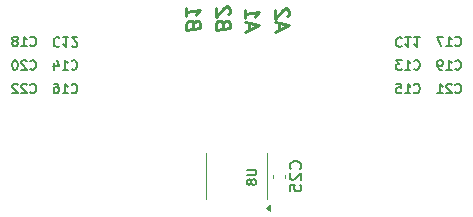
<source format=gbr>
%TF.GenerationSoftware,KiCad,Pcbnew,9.0.0*%
%TF.CreationDate,2025-02-20T17:26:32-08:00*%
%TF.ProjectId,Integrated FOC Stepper Driver,496e7465-6772-4617-9465-6420464f4320,rev?*%
%TF.SameCoordinates,Original*%
%TF.FileFunction,Legend,Bot*%
%TF.FilePolarity,Positive*%
%FSLAX46Y46*%
G04 Gerber Fmt 4.6, Leading zero omitted, Abs format (unit mm)*
G04 Created by KiCad (PCBNEW 9.0.0) date 2025-02-20 17:26:32*
%MOMM*%
%LPD*%
G01*
G04 APERTURE LIST*
%ADD10C,0.240000*%
%ADD11C,0.150000*%
%ADD12C,0.120000*%
G04 APERTURE END LIST*
D10*
X48835908Y-37084963D02*
X48778765Y-36920677D01*
X48778765Y-36920677D02*
X48721622Y-36870677D01*
X48721622Y-36870677D02*
X48607337Y-36827820D01*
X48607337Y-36827820D02*
X48435908Y-36849248D01*
X48435908Y-36849248D02*
X48321622Y-36920677D01*
X48321622Y-36920677D02*
X48264480Y-36984963D01*
X48264480Y-36984963D02*
X48207337Y-37106391D01*
X48207337Y-37106391D02*
X48207337Y-37563534D01*
X48207337Y-37563534D02*
X49407337Y-37413534D01*
X49407337Y-37413534D02*
X49407337Y-37013534D01*
X49407337Y-37013534D02*
X49350194Y-36906391D01*
X49350194Y-36906391D02*
X49293051Y-36856391D01*
X49293051Y-36856391D02*
X49178765Y-36813534D01*
X49178765Y-36813534D02*
X49064480Y-36827820D01*
X49064480Y-36827820D02*
X48950194Y-36899248D01*
X48950194Y-36899248D02*
X48893051Y-36963534D01*
X48893051Y-36963534D02*
X48835908Y-37084963D01*
X48835908Y-37084963D02*
X48835908Y-37484963D01*
X49293051Y-36284963D02*
X49350194Y-36220677D01*
X49350194Y-36220677D02*
X49407337Y-36099248D01*
X49407337Y-36099248D02*
X49407337Y-35813534D01*
X49407337Y-35813534D02*
X49350194Y-35706391D01*
X49350194Y-35706391D02*
X49293051Y-35656391D01*
X49293051Y-35656391D02*
X49178765Y-35613534D01*
X49178765Y-35613534D02*
X49064480Y-35627820D01*
X49064480Y-35627820D02*
X48893051Y-35706391D01*
X48893051Y-35706391D02*
X48207337Y-36477820D01*
X48207337Y-36477820D02*
X48207337Y-35734963D01*
X53550194Y-37577820D02*
X53550194Y-37006391D01*
X53207337Y-37734963D02*
X54407337Y-37184963D01*
X54407337Y-37184963D02*
X53207337Y-36934963D01*
X54293051Y-36456392D02*
X54350194Y-36392106D01*
X54350194Y-36392106D02*
X54407337Y-36270677D01*
X54407337Y-36270677D02*
X54407337Y-35984963D01*
X54407337Y-35984963D02*
X54350194Y-35877820D01*
X54350194Y-35877820D02*
X54293051Y-35827820D01*
X54293051Y-35827820D02*
X54178765Y-35784963D01*
X54178765Y-35784963D02*
X54064480Y-35799249D01*
X54064480Y-35799249D02*
X53893051Y-35877820D01*
X53893051Y-35877820D02*
X53207337Y-36649249D01*
X53207337Y-36649249D02*
X53207337Y-35906392D01*
X51050194Y-37577820D02*
X51050194Y-37006391D01*
X50707337Y-37734963D02*
X51907337Y-37184963D01*
X51907337Y-37184963D02*
X50707337Y-36934963D01*
X50707337Y-35906392D02*
X50707337Y-36592106D01*
X50707337Y-36249249D02*
X51907337Y-36099249D01*
X51907337Y-36099249D02*
X51735908Y-36234963D01*
X51735908Y-36234963D02*
X51621622Y-36363535D01*
X51621622Y-36363535D02*
X51564480Y-36484963D01*
X46335908Y-37084963D02*
X46278765Y-36920677D01*
X46278765Y-36920677D02*
X46221622Y-36870677D01*
X46221622Y-36870677D02*
X46107337Y-36827820D01*
X46107337Y-36827820D02*
X45935908Y-36849248D01*
X45935908Y-36849248D02*
X45821622Y-36920677D01*
X45821622Y-36920677D02*
X45764480Y-36984963D01*
X45764480Y-36984963D02*
X45707337Y-37106391D01*
X45707337Y-37106391D02*
X45707337Y-37563534D01*
X45707337Y-37563534D02*
X46907337Y-37413534D01*
X46907337Y-37413534D02*
X46907337Y-37013534D01*
X46907337Y-37013534D02*
X46850194Y-36906391D01*
X46850194Y-36906391D02*
X46793051Y-36856391D01*
X46793051Y-36856391D02*
X46678765Y-36813534D01*
X46678765Y-36813534D02*
X46564480Y-36827820D01*
X46564480Y-36827820D02*
X46450194Y-36899248D01*
X46450194Y-36899248D02*
X46393051Y-36963534D01*
X46393051Y-36963534D02*
X46335908Y-37084963D01*
X46335908Y-37084963D02*
X46335908Y-37484963D01*
X45707337Y-35734963D02*
X45707337Y-36420677D01*
X45707337Y-36077820D02*
X46907337Y-35927820D01*
X46907337Y-35927820D02*
X46735908Y-36063534D01*
X46735908Y-36063534D02*
X46621622Y-36192106D01*
X46621622Y-36192106D02*
X46564480Y-36313534D01*
D11*
X68514285Y-42886104D02*
X68552381Y-42924200D01*
X68552381Y-42924200D02*
X68666666Y-42962295D01*
X68666666Y-42962295D02*
X68742857Y-42962295D01*
X68742857Y-42962295D02*
X68857143Y-42924200D01*
X68857143Y-42924200D02*
X68933333Y-42848009D01*
X68933333Y-42848009D02*
X68971428Y-42771819D01*
X68971428Y-42771819D02*
X69009524Y-42619438D01*
X69009524Y-42619438D02*
X69009524Y-42505152D01*
X69009524Y-42505152D02*
X68971428Y-42352771D01*
X68971428Y-42352771D02*
X68933333Y-42276580D01*
X68933333Y-42276580D02*
X68857143Y-42200390D01*
X68857143Y-42200390D02*
X68742857Y-42162295D01*
X68742857Y-42162295D02*
X68666666Y-42162295D01*
X68666666Y-42162295D02*
X68552381Y-42200390D01*
X68552381Y-42200390D02*
X68514285Y-42238485D01*
X68209524Y-42238485D02*
X68171428Y-42200390D01*
X68171428Y-42200390D02*
X68095238Y-42162295D01*
X68095238Y-42162295D02*
X67904762Y-42162295D01*
X67904762Y-42162295D02*
X67828571Y-42200390D01*
X67828571Y-42200390D02*
X67790476Y-42238485D01*
X67790476Y-42238485D02*
X67752381Y-42314676D01*
X67752381Y-42314676D02*
X67752381Y-42390866D01*
X67752381Y-42390866D02*
X67790476Y-42505152D01*
X67790476Y-42505152D02*
X68247619Y-42962295D01*
X68247619Y-42962295D02*
X67752381Y-42962295D01*
X66990476Y-42962295D02*
X67447619Y-42962295D01*
X67219047Y-42962295D02*
X67219047Y-42162295D01*
X67219047Y-42162295D02*
X67295238Y-42276580D01*
X67295238Y-42276580D02*
X67371428Y-42352771D01*
X67371428Y-42352771D02*
X67447619Y-42390866D01*
X65014285Y-42886104D02*
X65052381Y-42924200D01*
X65052381Y-42924200D02*
X65166666Y-42962295D01*
X65166666Y-42962295D02*
X65242857Y-42962295D01*
X65242857Y-42962295D02*
X65357143Y-42924200D01*
X65357143Y-42924200D02*
X65433333Y-42848009D01*
X65433333Y-42848009D02*
X65471428Y-42771819D01*
X65471428Y-42771819D02*
X65509524Y-42619438D01*
X65509524Y-42619438D02*
X65509524Y-42505152D01*
X65509524Y-42505152D02*
X65471428Y-42352771D01*
X65471428Y-42352771D02*
X65433333Y-42276580D01*
X65433333Y-42276580D02*
X65357143Y-42200390D01*
X65357143Y-42200390D02*
X65242857Y-42162295D01*
X65242857Y-42162295D02*
X65166666Y-42162295D01*
X65166666Y-42162295D02*
X65052381Y-42200390D01*
X65052381Y-42200390D02*
X65014285Y-42238485D01*
X64252381Y-42962295D02*
X64709524Y-42962295D01*
X64480952Y-42962295D02*
X64480952Y-42162295D01*
X64480952Y-42162295D02*
X64557143Y-42276580D01*
X64557143Y-42276580D02*
X64633333Y-42352771D01*
X64633333Y-42352771D02*
X64709524Y-42390866D01*
X63528571Y-42162295D02*
X63909523Y-42162295D01*
X63909523Y-42162295D02*
X63947619Y-42543247D01*
X63947619Y-42543247D02*
X63909523Y-42505152D01*
X63909523Y-42505152D02*
X63833333Y-42467057D01*
X63833333Y-42467057D02*
X63642857Y-42467057D01*
X63642857Y-42467057D02*
X63566666Y-42505152D01*
X63566666Y-42505152D02*
X63528571Y-42543247D01*
X63528571Y-42543247D02*
X63490476Y-42619438D01*
X63490476Y-42619438D02*
X63490476Y-42809914D01*
X63490476Y-42809914D02*
X63528571Y-42886104D01*
X63528571Y-42886104D02*
X63566666Y-42924200D01*
X63566666Y-42924200D02*
X63642857Y-42962295D01*
X63642857Y-42962295D02*
X63833333Y-42962295D01*
X63833333Y-42962295D02*
X63909523Y-42924200D01*
X63909523Y-42924200D02*
X63947619Y-42886104D01*
X32514285Y-40886104D02*
X32552381Y-40924200D01*
X32552381Y-40924200D02*
X32666666Y-40962295D01*
X32666666Y-40962295D02*
X32742857Y-40962295D01*
X32742857Y-40962295D02*
X32857143Y-40924200D01*
X32857143Y-40924200D02*
X32933333Y-40848009D01*
X32933333Y-40848009D02*
X32971428Y-40771819D01*
X32971428Y-40771819D02*
X33009524Y-40619438D01*
X33009524Y-40619438D02*
X33009524Y-40505152D01*
X33009524Y-40505152D02*
X32971428Y-40352771D01*
X32971428Y-40352771D02*
X32933333Y-40276580D01*
X32933333Y-40276580D02*
X32857143Y-40200390D01*
X32857143Y-40200390D02*
X32742857Y-40162295D01*
X32742857Y-40162295D02*
X32666666Y-40162295D01*
X32666666Y-40162295D02*
X32552381Y-40200390D01*
X32552381Y-40200390D02*
X32514285Y-40238485D01*
X32209524Y-40238485D02*
X32171428Y-40200390D01*
X32171428Y-40200390D02*
X32095238Y-40162295D01*
X32095238Y-40162295D02*
X31904762Y-40162295D01*
X31904762Y-40162295D02*
X31828571Y-40200390D01*
X31828571Y-40200390D02*
X31790476Y-40238485D01*
X31790476Y-40238485D02*
X31752381Y-40314676D01*
X31752381Y-40314676D02*
X31752381Y-40390866D01*
X31752381Y-40390866D02*
X31790476Y-40505152D01*
X31790476Y-40505152D02*
X32247619Y-40962295D01*
X32247619Y-40962295D02*
X31752381Y-40962295D01*
X31257142Y-40162295D02*
X31180952Y-40162295D01*
X31180952Y-40162295D02*
X31104761Y-40200390D01*
X31104761Y-40200390D02*
X31066666Y-40238485D01*
X31066666Y-40238485D02*
X31028571Y-40314676D01*
X31028571Y-40314676D02*
X30990476Y-40467057D01*
X30990476Y-40467057D02*
X30990476Y-40657533D01*
X30990476Y-40657533D02*
X31028571Y-40809914D01*
X31028571Y-40809914D02*
X31066666Y-40886104D01*
X31066666Y-40886104D02*
X31104761Y-40924200D01*
X31104761Y-40924200D02*
X31180952Y-40962295D01*
X31180952Y-40962295D02*
X31257142Y-40962295D01*
X31257142Y-40962295D02*
X31333333Y-40924200D01*
X31333333Y-40924200D02*
X31371428Y-40886104D01*
X31371428Y-40886104D02*
X31409523Y-40809914D01*
X31409523Y-40809914D02*
X31447619Y-40657533D01*
X31447619Y-40657533D02*
X31447619Y-40467057D01*
X31447619Y-40467057D02*
X31409523Y-40314676D01*
X31409523Y-40314676D02*
X31371428Y-40238485D01*
X31371428Y-40238485D02*
X31333333Y-40200390D01*
X31333333Y-40200390D02*
X31257142Y-40162295D01*
X36014285Y-42886104D02*
X36052381Y-42924200D01*
X36052381Y-42924200D02*
X36166666Y-42962295D01*
X36166666Y-42962295D02*
X36242857Y-42962295D01*
X36242857Y-42962295D02*
X36357143Y-42924200D01*
X36357143Y-42924200D02*
X36433333Y-42848009D01*
X36433333Y-42848009D02*
X36471428Y-42771819D01*
X36471428Y-42771819D02*
X36509524Y-42619438D01*
X36509524Y-42619438D02*
X36509524Y-42505152D01*
X36509524Y-42505152D02*
X36471428Y-42352771D01*
X36471428Y-42352771D02*
X36433333Y-42276580D01*
X36433333Y-42276580D02*
X36357143Y-42200390D01*
X36357143Y-42200390D02*
X36242857Y-42162295D01*
X36242857Y-42162295D02*
X36166666Y-42162295D01*
X36166666Y-42162295D02*
X36052381Y-42200390D01*
X36052381Y-42200390D02*
X36014285Y-42238485D01*
X35252381Y-42962295D02*
X35709524Y-42962295D01*
X35480952Y-42962295D02*
X35480952Y-42162295D01*
X35480952Y-42162295D02*
X35557143Y-42276580D01*
X35557143Y-42276580D02*
X35633333Y-42352771D01*
X35633333Y-42352771D02*
X35709524Y-42390866D01*
X34566666Y-42162295D02*
X34719047Y-42162295D01*
X34719047Y-42162295D02*
X34795238Y-42200390D01*
X34795238Y-42200390D02*
X34833333Y-42238485D01*
X34833333Y-42238485D02*
X34909523Y-42352771D01*
X34909523Y-42352771D02*
X34947619Y-42505152D01*
X34947619Y-42505152D02*
X34947619Y-42809914D01*
X34947619Y-42809914D02*
X34909523Y-42886104D01*
X34909523Y-42886104D02*
X34871428Y-42924200D01*
X34871428Y-42924200D02*
X34795238Y-42962295D01*
X34795238Y-42962295D02*
X34642857Y-42962295D01*
X34642857Y-42962295D02*
X34566666Y-42924200D01*
X34566666Y-42924200D02*
X34528571Y-42886104D01*
X34528571Y-42886104D02*
X34490476Y-42809914D01*
X34490476Y-42809914D02*
X34490476Y-42619438D01*
X34490476Y-42619438D02*
X34528571Y-42543247D01*
X34528571Y-42543247D02*
X34566666Y-42505152D01*
X34566666Y-42505152D02*
X34642857Y-42467057D01*
X34642857Y-42467057D02*
X34795238Y-42467057D01*
X34795238Y-42467057D02*
X34871428Y-42505152D01*
X34871428Y-42505152D02*
X34909523Y-42543247D01*
X34909523Y-42543247D02*
X34947619Y-42619438D01*
X68514285Y-40886104D02*
X68552381Y-40924200D01*
X68552381Y-40924200D02*
X68666666Y-40962295D01*
X68666666Y-40962295D02*
X68742857Y-40962295D01*
X68742857Y-40962295D02*
X68857143Y-40924200D01*
X68857143Y-40924200D02*
X68933333Y-40848009D01*
X68933333Y-40848009D02*
X68971428Y-40771819D01*
X68971428Y-40771819D02*
X69009524Y-40619438D01*
X69009524Y-40619438D02*
X69009524Y-40505152D01*
X69009524Y-40505152D02*
X68971428Y-40352771D01*
X68971428Y-40352771D02*
X68933333Y-40276580D01*
X68933333Y-40276580D02*
X68857143Y-40200390D01*
X68857143Y-40200390D02*
X68742857Y-40162295D01*
X68742857Y-40162295D02*
X68666666Y-40162295D01*
X68666666Y-40162295D02*
X68552381Y-40200390D01*
X68552381Y-40200390D02*
X68514285Y-40238485D01*
X67752381Y-40962295D02*
X68209524Y-40962295D01*
X67980952Y-40962295D02*
X67980952Y-40162295D01*
X67980952Y-40162295D02*
X68057143Y-40276580D01*
X68057143Y-40276580D02*
X68133333Y-40352771D01*
X68133333Y-40352771D02*
X68209524Y-40390866D01*
X67371428Y-40962295D02*
X67219047Y-40962295D01*
X67219047Y-40962295D02*
X67142857Y-40924200D01*
X67142857Y-40924200D02*
X67104761Y-40886104D01*
X67104761Y-40886104D02*
X67028571Y-40771819D01*
X67028571Y-40771819D02*
X66990476Y-40619438D01*
X66990476Y-40619438D02*
X66990476Y-40314676D01*
X66990476Y-40314676D02*
X67028571Y-40238485D01*
X67028571Y-40238485D02*
X67066666Y-40200390D01*
X67066666Y-40200390D02*
X67142857Y-40162295D01*
X67142857Y-40162295D02*
X67295238Y-40162295D01*
X67295238Y-40162295D02*
X67371428Y-40200390D01*
X67371428Y-40200390D02*
X67409523Y-40238485D01*
X67409523Y-40238485D02*
X67447619Y-40314676D01*
X67447619Y-40314676D02*
X67447619Y-40505152D01*
X67447619Y-40505152D02*
X67409523Y-40581342D01*
X67409523Y-40581342D02*
X67371428Y-40619438D01*
X67371428Y-40619438D02*
X67295238Y-40657533D01*
X67295238Y-40657533D02*
X67142857Y-40657533D01*
X67142857Y-40657533D02*
X67066666Y-40619438D01*
X67066666Y-40619438D02*
X67028571Y-40581342D01*
X67028571Y-40581342D02*
X66990476Y-40505152D01*
X68514285Y-38886104D02*
X68552381Y-38924200D01*
X68552381Y-38924200D02*
X68666666Y-38962295D01*
X68666666Y-38962295D02*
X68742857Y-38962295D01*
X68742857Y-38962295D02*
X68857143Y-38924200D01*
X68857143Y-38924200D02*
X68933333Y-38848009D01*
X68933333Y-38848009D02*
X68971428Y-38771819D01*
X68971428Y-38771819D02*
X69009524Y-38619438D01*
X69009524Y-38619438D02*
X69009524Y-38505152D01*
X69009524Y-38505152D02*
X68971428Y-38352771D01*
X68971428Y-38352771D02*
X68933333Y-38276580D01*
X68933333Y-38276580D02*
X68857143Y-38200390D01*
X68857143Y-38200390D02*
X68742857Y-38162295D01*
X68742857Y-38162295D02*
X68666666Y-38162295D01*
X68666666Y-38162295D02*
X68552381Y-38200390D01*
X68552381Y-38200390D02*
X68514285Y-38238485D01*
X67752381Y-38962295D02*
X68209524Y-38962295D01*
X67980952Y-38962295D02*
X67980952Y-38162295D01*
X67980952Y-38162295D02*
X68057143Y-38276580D01*
X68057143Y-38276580D02*
X68133333Y-38352771D01*
X68133333Y-38352771D02*
X68209524Y-38390866D01*
X67485714Y-38162295D02*
X66952380Y-38162295D01*
X66952380Y-38162295D02*
X67295238Y-38962295D01*
X34985714Y-38313895D02*
X34947618Y-38275800D01*
X34947618Y-38275800D02*
X34833333Y-38237704D01*
X34833333Y-38237704D02*
X34757142Y-38237704D01*
X34757142Y-38237704D02*
X34642856Y-38275800D01*
X34642856Y-38275800D02*
X34566666Y-38351990D01*
X34566666Y-38351990D02*
X34528571Y-38428180D01*
X34528571Y-38428180D02*
X34490475Y-38580561D01*
X34490475Y-38580561D02*
X34490475Y-38694847D01*
X34490475Y-38694847D02*
X34528571Y-38847228D01*
X34528571Y-38847228D02*
X34566666Y-38923419D01*
X34566666Y-38923419D02*
X34642856Y-38999609D01*
X34642856Y-38999609D02*
X34757142Y-39037704D01*
X34757142Y-39037704D02*
X34833333Y-39037704D01*
X34833333Y-39037704D02*
X34947618Y-38999609D01*
X34947618Y-38999609D02*
X34985714Y-38961514D01*
X35747618Y-38237704D02*
X35290475Y-38237704D01*
X35519047Y-38237704D02*
X35519047Y-39037704D01*
X35519047Y-39037704D02*
X35442856Y-38923419D01*
X35442856Y-38923419D02*
X35366666Y-38847228D01*
X35366666Y-38847228D02*
X35290475Y-38809133D01*
X36052380Y-38961514D02*
X36090476Y-38999609D01*
X36090476Y-38999609D02*
X36166666Y-39037704D01*
X36166666Y-39037704D02*
X36357142Y-39037704D01*
X36357142Y-39037704D02*
X36433333Y-38999609D01*
X36433333Y-38999609D02*
X36471428Y-38961514D01*
X36471428Y-38961514D02*
X36509523Y-38885323D01*
X36509523Y-38885323D02*
X36509523Y-38809133D01*
X36509523Y-38809133D02*
X36471428Y-38694847D01*
X36471428Y-38694847D02*
X36014285Y-38237704D01*
X36014285Y-38237704D02*
X36509523Y-38237704D01*
X36014285Y-40886104D02*
X36052381Y-40924200D01*
X36052381Y-40924200D02*
X36166666Y-40962295D01*
X36166666Y-40962295D02*
X36242857Y-40962295D01*
X36242857Y-40962295D02*
X36357143Y-40924200D01*
X36357143Y-40924200D02*
X36433333Y-40848009D01*
X36433333Y-40848009D02*
X36471428Y-40771819D01*
X36471428Y-40771819D02*
X36509524Y-40619438D01*
X36509524Y-40619438D02*
X36509524Y-40505152D01*
X36509524Y-40505152D02*
X36471428Y-40352771D01*
X36471428Y-40352771D02*
X36433333Y-40276580D01*
X36433333Y-40276580D02*
X36357143Y-40200390D01*
X36357143Y-40200390D02*
X36242857Y-40162295D01*
X36242857Y-40162295D02*
X36166666Y-40162295D01*
X36166666Y-40162295D02*
X36052381Y-40200390D01*
X36052381Y-40200390D02*
X36014285Y-40238485D01*
X35252381Y-40962295D02*
X35709524Y-40962295D01*
X35480952Y-40962295D02*
X35480952Y-40162295D01*
X35480952Y-40162295D02*
X35557143Y-40276580D01*
X35557143Y-40276580D02*
X35633333Y-40352771D01*
X35633333Y-40352771D02*
X35709524Y-40390866D01*
X34566666Y-40428961D02*
X34566666Y-40962295D01*
X34757142Y-40124200D02*
X34947619Y-40695628D01*
X34947619Y-40695628D02*
X34452380Y-40695628D01*
X32514285Y-42886104D02*
X32552381Y-42924200D01*
X32552381Y-42924200D02*
X32666666Y-42962295D01*
X32666666Y-42962295D02*
X32742857Y-42962295D01*
X32742857Y-42962295D02*
X32857143Y-42924200D01*
X32857143Y-42924200D02*
X32933333Y-42848009D01*
X32933333Y-42848009D02*
X32971428Y-42771819D01*
X32971428Y-42771819D02*
X33009524Y-42619438D01*
X33009524Y-42619438D02*
X33009524Y-42505152D01*
X33009524Y-42505152D02*
X32971428Y-42352771D01*
X32971428Y-42352771D02*
X32933333Y-42276580D01*
X32933333Y-42276580D02*
X32857143Y-42200390D01*
X32857143Y-42200390D02*
X32742857Y-42162295D01*
X32742857Y-42162295D02*
X32666666Y-42162295D01*
X32666666Y-42162295D02*
X32552381Y-42200390D01*
X32552381Y-42200390D02*
X32514285Y-42238485D01*
X32209524Y-42238485D02*
X32171428Y-42200390D01*
X32171428Y-42200390D02*
X32095238Y-42162295D01*
X32095238Y-42162295D02*
X31904762Y-42162295D01*
X31904762Y-42162295D02*
X31828571Y-42200390D01*
X31828571Y-42200390D02*
X31790476Y-42238485D01*
X31790476Y-42238485D02*
X31752381Y-42314676D01*
X31752381Y-42314676D02*
X31752381Y-42390866D01*
X31752381Y-42390866D02*
X31790476Y-42505152D01*
X31790476Y-42505152D02*
X32247619Y-42962295D01*
X32247619Y-42962295D02*
X31752381Y-42962295D01*
X31447619Y-42238485D02*
X31409523Y-42200390D01*
X31409523Y-42200390D02*
X31333333Y-42162295D01*
X31333333Y-42162295D02*
X31142857Y-42162295D01*
X31142857Y-42162295D02*
X31066666Y-42200390D01*
X31066666Y-42200390D02*
X31028571Y-42238485D01*
X31028571Y-42238485D02*
X30990476Y-42314676D01*
X30990476Y-42314676D02*
X30990476Y-42390866D01*
X30990476Y-42390866D02*
X31028571Y-42505152D01*
X31028571Y-42505152D02*
X31485714Y-42962295D01*
X31485714Y-42962295D02*
X30990476Y-42962295D01*
X63985714Y-38313895D02*
X63947618Y-38275800D01*
X63947618Y-38275800D02*
X63833333Y-38237704D01*
X63833333Y-38237704D02*
X63757142Y-38237704D01*
X63757142Y-38237704D02*
X63642856Y-38275800D01*
X63642856Y-38275800D02*
X63566666Y-38351990D01*
X63566666Y-38351990D02*
X63528571Y-38428180D01*
X63528571Y-38428180D02*
X63490475Y-38580561D01*
X63490475Y-38580561D02*
X63490475Y-38694847D01*
X63490475Y-38694847D02*
X63528571Y-38847228D01*
X63528571Y-38847228D02*
X63566666Y-38923419D01*
X63566666Y-38923419D02*
X63642856Y-38999609D01*
X63642856Y-38999609D02*
X63757142Y-39037704D01*
X63757142Y-39037704D02*
X63833333Y-39037704D01*
X63833333Y-39037704D02*
X63947618Y-38999609D01*
X63947618Y-38999609D02*
X63985714Y-38961514D01*
X64747618Y-38237704D02*
X64290475Y-38237704D01*
X64519047Y-38237704D02*
X64519047Y-39037704D01*
X64519047Y-39037704D02*
X64442856Y-38923419D01*
X64442856Y-38923419D02*
X64366666Y-38847228D01*
X64366666Y-38847228D02*
X64290475Y-38809133D01*
X65509523Y-38237704D02*
X65052380Y-38237704D01*
X65280952Y-38237704D02*
X65280952Y-39037704D01*
X65280952Y-39037704D02*
X65204761Y-38923419D01*
X65204761Y-38923419D02*
X65128571Y-38847228D01*
X65128571Y-38847228D02*
X65052380Y-38809133D01*
X32514285Y-38886104D02*
X32552381Y-38924200D01*
X32552381Y-38924200D02*
X32666666Y-38962295D01*
X32666666Y-38962295D02*
X32742857Y-38962295D01*
X32742857Y-38962295D02*
X32857143Y-38924200D01*
X32857143Y-38924200D02*
X32933333Y-38848009D01*
X32933333Y-38848009D02*
X32971428Y-38771819D01*
X32971428Y-38771819D02*
X33009524Y-38619438D01*
X33009524Y-38619438D02*
X33009524Y-38505152D01*
X33009524Y-38505152D02*
X32971428Y-38352771D01*
X32971428Y-38352771D02*
X32933333Y-38276580D01*
X32933333Y-38276580D02*
X32857143Y-38200390D01*
X32857143Y-38200390D02*
X32742857Y-38162295D01*
X32742857Y-38162295D02*
X32666666Y-38162295D01*
X32666666Y-38162295D02*
X32552381Y-38200390D01*
X32552381Y-38200390D02*
X32514285Y-38238485D01*
X31752381Y-38962295D02*
X32209524Y-38962295D01*
X31980952Y-38962295D02*
X31980952Y-38162295D01*
X31980952Y-38162295D02*
X32057143Y-38276580D01*
X32057143Y-38276580D02*
X32133333Y-38352771D01*
X32133333Y-38352771D02*
X32209524Y-38390866D01*
X31295238Y-38505152D02*
X31371428Y-38467057D01*
X31371428Y-38467057D02*
X31409523Y-38428961D01*
X31409523Y-38428961D02*
X31447619Y-38352771D01*
X31447619Y-38352771D02*
X31447619Y-38314676D01*
X31447619Y-38314676D02*
X31409523Y-38238485D01*
X31409523Y-38238485D02*
X31371428Y-38200390D01*
X31371428Y-38200390D02*
X31295238Y-38162295D01*
X31295238Y-38162295D02*
X31142857Y-38162295D01*
X31142857Y-38162295D02*
X31066666Y-38200390D01*
X31066666Y-38200390D02*
X31028571Y-38238485D01*
X31028571Y-38238485D02*
X30990476Y-38314676D01*
X30990476Y-38314676D02*
X30990476Y-38352771D01*
X30990476Y-38352771D02*
X31028571Y-38428961D01*
X31028571Y-38428961D02*
X31066666Y-38467057D01*
X31066666Y-38467057D02*
X31142857Y-38505152D01*
X31142857Y-38505152D02*
X31295238Y-38505152D01*
X31295238Y-38505152D02*
X31371428Y-38543247D01*
X31371428Y-38543247D02*
X31409523Y-38581342D01*
X31409523Y-38581342D02*
X31447619Y-38657533D01*
X31447619Y-38657533D02*
X31447619Y-38809914D01*
X31447619Y-38809914D02*
X31409523Y-38886104D01*
X31409523Y-38886104D02*
X31371428Y-38924200D01*
X31371428Y-38924200D02*
X31295238Y-38962295D01*
X31295238Y-38962295D02*
X31142857Y-38962295D01*
X31142857Y-38962295D02*
X31066666Y-38924200D01*
X31066666Y-38924200D02*
X31028571Y-38886104D01*
X31028571Y-38886104D02*
X30990476Y-38809914D01*
X30990476Y-38809914D02*
X30990476Y-38657533D01*
X30990476Y-38657533D02*
X31028571Y-38581342D01*
X31028571Y-38581342D02*
X31066666Y-38543247D01*
X31066666Y-38543247D02*
X31142857Y-38505152D01*
X65014285Y-40886104D02*
X65052381Y-40924200D01*
X65052381Y-40924200D02*
X65166666Y-40962295D01*
X65166666Y-40962295D02*
X65242857Y-40962295D01*
X65242857Y-40962295D02*
X65357143Y-40924200D01*
X65357143Y-40924200D02*
X65433333Y-40848009D01*
X65433333Y-40848009D02*
X65471428Y-40771819D01*
X65471428Y-40771819D02*
X65509524Y-40619438D01*
X65509524Y-40619438D02*
X65509524Y-40505152D01*
X65509524Y-40505152D02*
X65471428Y-40352771D01*
X65471428Y-40352771D02*
X65433333Y-40276580D01*
X65433333Y-40276580D02*
X65357143Y-40200390D01*
X65357143Y-40200390D02*
X65242857Y-40162295D01*
X65242857Y-40162295D02*
X65166666Y-40162295D01*
X65166666Y-40162295D02*
X65052381Y-40200390D01*
X65052381Y-40200390D02*
X65014285Y-40238485D01*
X64252381Y-40962295D02*
X64709524Y-40962295D01*
X64480952Y-40962295D02*
X64480952Y-40162295D01*
X64480952Y-40162295D02*
X64557143Y-40276580D01*
X64557143Y-40276580D02*
X64633333Y-40352771D01*
X64633333Y-40352771D02*
X64709524Y-40390866D01*
X63985714Y-40162295D02*
X63490476Y-40162295D01*
X63490476Y-40162295D02*
X63757142Y-40467057D01*
X63757142Y-40467057D02*
X63642857Y-40467057D01*
X63642857Y-40467057D02*
X63566666Y-40505152D01*
X63566666Y-40505152D02*
X63528571Y-40543247D01*
X63528571Y-40543247D02*
X63490476Y-40619438D01*
X63490476Y-40619438D02*
X63490476Y-40809914D01*
X63490476Y-40809914D02*
X63528571Y-40886104D01*
X63528571Y-40886104D02*
X63566666Y-40924200D01*
X63566666Y-40924200D02*
X63642857Y-40962295D01*
X63642857Y-40962295D02*
X63871428Y-40962295D01*
X63871428Y-40962295D02*
X63947619Y-40924200D01*
X63947619Y-40924200D02*
X63985714Y-40886104D01*
X55389580Y-49357142D02*
X55437200Y-49309523D01*
X55437200Y-49309523D02*
X55484819Y-49166666D01*
X55484819Y-49166666D02*
X55484819Y-49071428D01*
X55484819Y-49071428D02*
X55437200Y-48928571D01*
X55437200Y-48928571D02*
X55341961Y-48833333D01*
X55341961Y-48833333D02*
X55246723Y-48785714D01*
X55246723Y-48785714D02*
X55056247Y-48738095D01*
X55056247Y-48738095D02*
X54913390Y-48738095D01*
X54913390Y-48738095D02*
X54722914Y-48785714D01*
X54722914Y-48785714D02*
X54627676Y-48833333D01*
X54627676Y-48833333D02*
X54532438Y-48928571D01*
X54532438Y-48928571D02*
X54484819Y-49071428D01*
X54484819Y-49071428D02*
X54484819Y-49166666D01*
X54484819Y-49166666D02*
X54532438Y-49309523D01*
X54532438Y-49309523D02*
X54580057Y-49357142D01*
X54580057Y-49738095D02*
X54532438Y-49785714D01*
X54532438Y-49785714D02*
X54484819Y-49880952D01*
X54484819Y-49880952D02*
X54484819Y-50119047D01*
X54484819Y-50119047D02*
X54532438Y-50214285D01*
X54532438Y-50214285D02*
X54580057Y-50261904D01*
X54580057Y-50261904D02*
X54675295Y-50309523D01*
X54675295Y-50309523D02*
X54770533Y-50309523D01*
X54770533Y-50309523D02*
X54913390Y-50261904D01*
X54913390Y-50261904D02*
X55484819Y-49690476D01*
X55484819Y-49690476D02*
X55484819Y-50309523D01*
X54484819Y-51214285D02*
X54484819Y-50738095D01*
X54484819Y-50738095D02*
X54961009Y-50690476D01*
X54961009Y-50690476D02*
X54913390Y-50738095D01*
X54913390Y-50738095D02*
X54865771Y-50833333D01*
X54865771Y-50833333D02*
X54865771Y-51071428D01*
X54865771Y-51071428D02*
X54913390Y-51166666D01*
X54913390Y-51166666D02*
X54961009Y-51214285D01*
X54961009Y-51214285D02*
X55056247Y-51261904D01*
X55056247Y-51261904D02*
X55294342Y-51261904D01*
X55294342Y-51261904D02*
X55389580Y-51214285D01*
X55389580Y-51214285D02*
X55437200Y-51166666D01*
X55437200Y-51166666D02*
X55484819Y-51071428D01*
X55484819Y-51071428D02*
X55484819Y-50833333D01*
X55484819Y-50833333D02*
X55437200Y-50738095D01*
X55437200Y-50738095D02*
X55389580Y-50690476D01*
X50852295Y-49430476D02*
X51499914Y-49430476D01*
X51499914Y-49430476D02*
X51576104Y-49468571D01*
X51576104Y-49468571D02*
X51614200Y-49506666D01*
X51614200Y-49506666D02*
X51652295Y-49582857D01*
X51652295Y-49582857D02*
X51652295Y-49735238D01*
X51652295Y-49735238D02*
X51614200Y-49811428D01*
X51614200Y-49811428D02*
X51576104Y-49849523D01*
X51576104Y-49849523D02*
X51499914Y-49887619D01*
X51499914Y-49887619D02*
X50852295Y-49887619D01*
X51195152Y-50382856D02*
X51157057Y-50306666D01*
X51157057Y-50306666D02*
X51118961Y-50268571D01*
X51118961Y-50268571D02*
X51042771Y-50230475D01*
X51042771Y-50230475D02*
X51004676Y-50230475D01*
X51004676Y-50230475D02*
X50928485Y-50268571D01*
X50928485Y-50268571D02*
X50890390Y-50306666D01*
X50890390Y-50306666D02*
X50852295Y-50382856D01*
X50852295Y-50382856D02*
X50852295Y-50535237D01*
X50852295Y-50535237D02*
X50890390Y-50611428D01*
X50890390Y-50611428D02*
X50928485Y-50649523D01*
X50928485Y-50649523D02*
X51004676Y-50687618D01*
X51004676Y-50687618D02*
X51042771Y-50687618D01*
X51042771Y-50687618D02*
X51118961Y-50649523D01*
X51118961Y-50649523D02*
X51157057Y-50611428D01*
X51157057Y-50611428D02*
X51195152Y-50535237D01*
X51195152Y-50535237D02*
X51195152Y-50382856D01*
X51195152Y-50382856D02*
X51233247Y-50306666D01*
X51233247Y-50306666D02*
X51271342Y-50268571D01*
X51271342Y-50268571D02*
X51347533Y-50230475D01*
X51347533Y-50230475D02*
X51499914Y-50230475D01*
X51499914Y-50230475D02*
X51576104Y-50268571D01*
X51576104Y-50268571D02*
X51614200Y-50306666D01*
X51614200Y-50306666D02*
X51652295Y-50382856D01*
X51652295Y-50382856D02*
X51652295Y-50535237D01*
X51652295Y-50535237D02*
X51614200Y-50611428D01*
X51614200Y-50611428D02*
X51576104Y-50649523D01*
X51576104Y-50649523D02*
X51499914Y-50687618D01*
X51499914Y-50687618D02*
X51347533Y-50687618D01*
X51347533Y-50687618D02*
X51271342Y-50649523D01*
X51271342Y-50649523D02*
X51233247Y-50611428D01*
X51233247Y-50611428D02*
X51195152Y-50535237D01*
D12*
%TO.C,C25*%
X53090000Y-50140580D02*
X53090000Y-49859420D01*
X54110000Y-50140580D02*
X54110000Y-49859420D01*
%TO.C,U8*%
X47440000Y-48050000D02*
X47440000Y-50000000D01*
X47440000Y-51950000D02*
X47440000Y-50000000D01*
X52560000Y-48050000D02*
X52560000Y-50000000D01*
X52560000Y-51950000D02*
X52560000Y-50000000D01*
X52795000Y-52940000D02*
X52465000Y-52700000D01*
X52795000Y-52460000D01*
X52795000Y-52940000D01*
G36*
X52795000Y-52940000D02*
G01*
X52465000Y-52700000D01*
X52795000Y-52460000D01*
X52795000Y-52940000D01*
G37*
%TD*%
M02*

</source>
